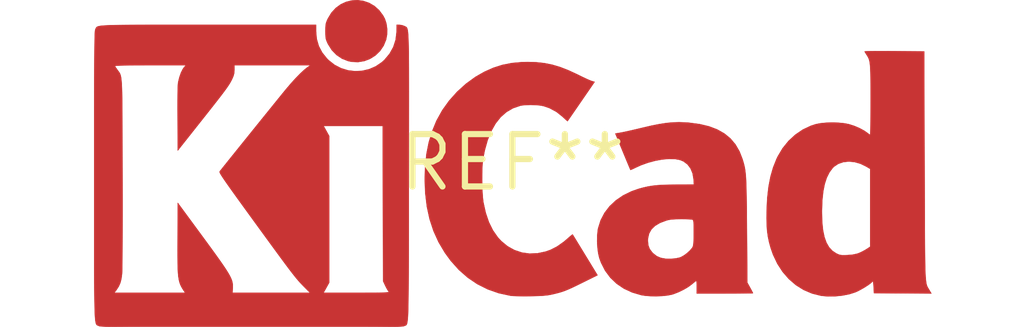
<source format=kicad_pcb>
(kicad_pcb (version 20240108) (generator pcbnew)
  (layers (0 "F.Cu" signal) (31 "B.Cu" signal) (34 "B.Paste" user) (35 "F.Paste" user) (36 "B.SilkS" user "B.Silkscreen") (37 "F.SilkS" user "F.Silkscreen") (38 "B.Mask" user) (39 "F.Mask" user) (44 "Edge.Cuts" user))
  (net 0 "")
  (footprint "KiCad-Logo_8mm_Copper" (layer "F.Cu") (at 0 0)
    (property "Reference" "REF**")
    (property "Value" "KiCad-Logo_8mm_Copper")
    (fp_poly (pts (xy -3.602318 -3.916067) (xy -3.466071 -3.868828) (xy -3.339221 -3.794473) (xy -3.225933 -3.693013) (xy -3.130372 -3.564457) (xy -3.087446 -3.483428) (xy -3.050295 -3.370092) (xy -3.032288 -3.239249) (xy -3.034283 -3.104735) (xy -3.056423 -2.982842) (xy -3.116936 -2.833893) (xy -3.204686 -2.704691) (xy -3.315212 -2.597777) (xy -3.444054 -2.515694) (xy -3.586753 -2.460984) (xy -3.738849 -2.43619) (xy -3.895881 -2.443853) (xy -3.973286 -2.460228) (xy -4.124141 -2.518911) (xy -4.258125 -2.608457) (xy -4.372006 -2.726107) (xy -4.462552 -2.869098) (xy -4.470212 -2.884714) (xy -4.496694 -2.943314) (xy -4.513322 -2.992666) (xy -4.52235 -3.04473) (xy -4.526032 -3.111461) (xy -4.526643 -3.184071) (xy -4.525633 -3.271309) (xy -4.521072 -3.334376) (xy -4.510666 -3.385364) (xy -4.492121 -3.436367) (xy -4.46923 -3.486687) (xy -4.383846 -3.62953) (xy -4.278699 -3.74519) (xy -4.157955 -3.833675) (xy -4.025779 -3.894995) (xy -3.886337 -3.929161) (xy -3.743795 -3.936182) (xy -3.602318 -3.916067)) (layer "F.Cu") (stroke (width 0.01)) (fill solid))
    (fp_poly (pts (xy 0.581378 -2.430769) (xy 0.777019 -2.409351) (xy 0.966562 -2.371015) (xy 1.157717 -2.313762) (xy 1.358196 -2.235591) (xy 1.575708 -2.134504) (xy 1.61488 -2.114924) (xy 1.704772 -2.070638) (xy 1.789553 -2.030761) (xy 1.860855 -1.999102) (xy 1.91031 -1.979468) (xy 1.917908 -1.976996) (xy 1.990714 -1.955183) (xy 1.664803 -1.481056) (xy 1.585123 -1.365177) (xy 1.512272 -1.259306) (xy 1.44873 -1.167038) (xy 1.396972 -1.091967) (xy 1.359477 -1.037687) (xy 1.338723 -1.007793) (xy 1.335351 -1.003059) (xy 1.321655 -1.012958) (xy 1.287943 -1.042715) (xy 1.240244 -1.086927) (xy 1.21392 -1.111916) (xy 1.064772 -1.230544) (xy 0.897268 -1.320687) (xy 0.752928 -1.370064) (xy 0.666283 -1.385571) (xy 0.557796 -1.395021) (xy 0.440227 -1.398239) (xy 0.326334 -1.395049) (xy 0.228879 -1.385276) (xy 0.18999 -1.377791) (xy 0.014712 -1.317488) (xy -0.143235 -1.22541) (xy -0.283732 -1.101727) (xy -0.406665 -0.946607) (xy -0.511915 -0.760219) (xy -0.599365 -0.54273) (xy -0.6689 -0.294308) (xy -0.710225 -0.081643) (xy -0.721006 0.012241) (xy -0.728352 0.133524) (xy -0.732333 0.273493) (xy -0.733021 0.423431) (xy -0.730486 0.574622) (xy -0.7248 0.718351) (xy -0.716033 0.845903) (xy -0.704256 0.948562) (xy -0.701707 0.964401) (xy -0.645519 1.219536) (xy -0.568964 1.445342) (xy -0.471574 1.642831) (xy -0.352886 1.813014) (xy -0.268637 1.905022) (xy -0.11723 2.029943) (xy 0.048817 2.12254) (xy 0.226701 2.182309) (xy 0.413622 2.208746) (xy 0.606778 2.201348) (xy 0.803369 2.159611) (xy 0.919597 2.118771) (xy 1.080438 2.03699) (xy 1.246213 1.919678) (xy 1.339073 1.840345) (xy 1.391214 1.794429) (xy 1.43218 1.760742) (xy 1.455498 1.74451) (xy 1.458393 1.744015) (xy 1.4688 1.760601) (xy 1.495767 1.804432) (xy 1.536996 1.871748) (xy 1.590189 1.958794) (xy 1.65305 2.06181) (xy 1.723281 2.177041) (xy 1.762372 2.241231) (xy 2.060964 2.731677) (xy 1.688161 2.915915) (xy 1.553369 2.982093) (xy 1.444175 3.034278) (xy 1.353907 3.07506) (xy 1.275888 3.107033) (xy 1.203444 3.132787) (xy 1.129901 3.154914) (xy 1.048584 3.176007) (xy 0.970643 3.19453) (xy 0.901366 3.208863) (xy 0.828917 3.219694) (xy 0.746042 3.227626) (xy 0.645488 3.233258) (xy 0.520003 3.237192) (xy 0.435428 3.238891) (xy 0.314754 3.24005) (xy 0.199042 3.239465) (xy 0.095951 3.237304) (xy 0.013138 3.233732) (xy -0.04174 3.228917) (xy -0.044992 3.228437) (xy -0.329957 3.166786) (xy -0.597558 3.073285) (xy -0.847703 2.947993) (xy -1.080296 2.790974) (xy -1.295243 2.602289) (xy -1.49245 2.382) (xy -1.635273 2.186214) (xy -1.78732 1.929949) (xy -1.910227 1.659317) (xy -2.00459 1.372149) (xy -2.071001 1.066276) (xy -2.110056 0.739528) (xy -2.12236 0.407739) (xy -2.112241 0.086779) (xy -2.080439 -0.209354) (xy -2.025946 -0.485655) (xy -1.94775 -0.747119) (xy -1.844841 -0.998742) (xy -1.832553 -1.02481) (xy -1.69718 -1.268493) (xy -1.530911 -1.500382) (xy -1.338459 -1.715677) (xy -1.124534 -1.909578) (xy -0.893845 -2.077285) (xy -0.678891 -2.200304) (xy -0.461742 -2.296655) (xy -0.244132 -2.366449) (xy -0.017638 -2.411587) (xy 0.226166 -2.433969) (xy 0.371928 -2.437269) (xy 0.581378 -2.430769)) (layer "F.Cu") (stroke (width 0.01)) (fill solid))
    (fp_poly (pts (xy 9.041571 -2.699911) (xy 9.195876 -2.699277) (xy 9.248321 -2.698958) (xy 9.9695 -2.694214) (xy 9.978571 0.072572) (xy 9.979769 0.447756) (xy 9.980832 0.788417) (xy 9.981827 1.096318) (xy 9.982823 1.373221) (xy 9.983888 1.620888) (xy 9.985091 1.841081) (xy 9.986499 2.035562) (xy 9.988182 2.206094) (xy 9.990206 2.35444) (xy 9.992641 2.482361) (xy 9.995554 2.59162) (xy 9.999015 2.683979) (xy 10.00309 2.7612) (xy 10.007849 2.825046) (xy 10.01336 2.877278) (xy 10.019691 2.91966) (xy 10.02691 2.953953) (xy 10.035085 2.98192) (xy 10.044285 3.005324) (xy 10.054577 3.025925) (xy 10.066031 3.045487) (xy 10.078715 3.065772) (xy 10.092695 3.088543) (xy 10.095561 3.093393) (xy 10.14364 3.175433) (xy 8.753928 3.165929) (xy 8.744857 3.013295) (xy 8.739918 2.940045) (xy 8.734771 2.897696) (xy 8.727786 2.880892) (xy 8.717337 2.884277) (xy 8.708571 2.89396) (xy 8.670388 2.929229) (xy 8.608155 2.974563) (xy 8.530641 3.024546) (xy 8.446613 3.073761) (xy 8.364839 3.116791) (xy 8.302052 3.145101) (xy 8.154954 3.191624) (xy 7.98618 3.224579) (xy 7.808191 3.242707) (xy 7.633447 3.24475) (xy 7.474407 3.229447) (xy 7.471788 3.229009) (xy 7.254168 3.174402) (xy 7.050455 3.087401) (xy 6.862613 2.969876) (xy 6.692607 2.823697) (xy 6.542402 2.650734) (xy 6.413964 2.452857) (xy 6.309257 2.231936) (xy 6.252246 2.068286) (xy 6.214651 1.931375) (xy 6.186771 1.798798) (xy 6.167753 1.662502) (xy 6.156745 1.514433) (xy 6.152895 1.346537) (xy 6.1546 1.20944) (xy 7.493359 1.20944) (xy 7.499694 1.439329) (xy 7.519679 1.637111) (xy 7.553927 1.804539) (xy 7.603055 1.943369) (xy 7.667676 2.055358) (xy 7.748405 2.142259) (xy 7.841591 2.203692) (xy 7.89008 2.226626) (xy 7.932134 2.240375) (xy 7.97902 2.246666) (xy 8.042004 2.247222) (xy 8.109857 2.244773) (xy 8.243295 2.233004) (xy 8.348832 2.209955) (xy 8.382 2.19841) (xy 8.457735 2.164311) (xy 8.537614 2.121491) (xy 8.5725 2.100057) (xy 8.663214 2.040556) (xy 8.663214 0.154584) (xy 8.563428 0.094771) (xy 8.424267 0.027185) (xy 8.282087 -0.012786) (xy 8.14209 -0.025378) (xy 8.009474 -0.010827) (xy 7.88944 0.030632) (xy 7.787188 0.098763) (xy 7.754195 0.131466) (xy 7.674667 0.238619) (xy 7.610299 0.368327) (xy 7.560553 0.522814) (xy 7.524891 0.704302) (xy 7.502775 0.915015) (xy 7.493667 1.157175) (xy 7.493359 1.20944) (xy 6.1546 1.20944) (xy 6.15531 1.152374) (xy 6.170605 0.853713) (xy 6.201358 0.584325) (xy 6.248381 0.340285) (xy 6.312482 0.11767) (xy 6.394472 -0.087444) (xy 6.42373 -0.148254) (xy 6.541581 -0.34656) (xy 6.683996 -0.522788) (xy 6.847629 -0.674092) (xy 7.029131 -0.797629) (xy 7.225153 -0.890553) (xy 7.342655 -0.928885) (xy 7.458054 -0.951641) (xy 7.596907 -0.96518) (xy 7.747574 -0.969508) (xy 7.898413 -0.964632) (xy 8.037785 -0.950556) (xy 8.149691 -0.928475) (xy 8.282884 -0.885172) (xy 8.411979 -0.829489) (xy 8.524928 -0.767064) (xy 8.585043 -0.724697) (xy 8.62651 -0.693193) (xy 8.655545 -0.67401) (xy 8.66215 -0.671286) (xy 8.664198 -0.688837) (xy 8.666107 -0.739125) (xy 8.667836 -0.8186) (xy 8.669341 -0.923714) (xy 8.670581 -1.050917) (xy 8.671513 -1.196661) (xy 8.672095 -1.357397) (xy 8.672286 -1.521116) (xy 8.672179 -1.730812) (xy 8.671658 -1.907604) (xy 8.670416 -2.054874) (xy 8.668148 -2.176003) (xy 8.66455 -2.274373) (xy 8.659317 -2.353366) (xy 8.652144 -2.416362) (xy 8.642726 -2.466745) (xy 8.630758 -2.507895) (xy 8.615935 -2.543194) (xy 8.597952 -2.576023) (xy 8.576505 -2.609765) (xy 8.573745 -2.613943) (xy 8.546083 -2.657644) (xy 8.529382 -2.687695) (xy 8.527143 -2.694033) (xy 8.544643 -2.696033) (xy 8.594574 -2.69766) (xy 8.673085 -2.698888) (xy 8.776323 -2.699689) (xy 8.900436 -2.700039) (xy 9.041571 -2.699911)) (layer "F.Cu") (stroke (width 0.01)) (fill solid))
    (fp_poly (pts (xy 4.185632 -0.97227) (xy 4.275523 -0.965465) (xy 4.532715 -0.931247) (xy 4.760485 -0.876669) (xy 4.959943 -0.80098) (xy 5.132197 -0.70343) (xy 5.278359 -0.583268) (xy 5.399536 -0.439742) (xy 5.496839 -0.272102) (xy 5.567891 -0.090714) (xy 5.585927 -0.032854) (xy 5.601632 0.021329) (xy 5.615192 0.074752) (xy 5.626792 0.130333) (xy 5.636617 0.190988) (xy 5.644853 0.259635) (xy 5.651684 0.33919) (xy 5.657295 0.432572) (xy 5.661872 0.542696) (xy 5.6656 0.672481) (xy 5.668665 0.824842) (xy 5.67125 1.002698) (xy 5.673542 1.208965) (xy 5.675725 1.446561) (xy 5.677286 1.632857) (xy 5.687785 2.911929) (xy 5.755821 3.035018) (xy 5.788038 3.094317) (xy 5.812012 3.140377) (xy 5.82345 3.164893) (xy 5.823857 3.166553) (xy 5.806375 3.168454) (xy 5.756574 3.170205) (xy 5.678421 3.171758) (xy 5.575882 3.173062) (xy 5.452922 3.17407) (xy 5.31351 3.174731) (xy 5.161611 3.174997) (xy 5.1435 3.175) (xy 4.463143 3.175) (xy 4.463143 3.020786) (xy 4.461982 2.951094) (xy 4.458887 2.897794) (xy 4.454432 2.869217) (xy 4.452463 2.866572) (xy 4.434455 2.877653) (xy 4.397393 2.906736) (xy 4.349222 2.947579) (xy 4.348141 2.948524) (xy 4.260235 3.013971) (xy 4.149217 3.079688) (xy 4.027631 3.139219) (xy 3.908021 3.186109) (xy 3.855357 3.202133) (xy 3.750551 3.222485) (xy 3.62195 3.235472) (xy 3.481325 3.240909) (xy 3.340448 3.238611) (xy 3.211093 3.228392) (xy 3.120571 3.213689) (xy 2.89858 3.148499) (xy 2.698729 3.055594) (xy 2.522319 2.936126) (xy 2.37065 2.791247) (xy 2.245024 2.62211) (xy 2.146741 2.429867) (xy 2.104341 2.313214) (xy 2.077768 2.199833) (xy 2.060158 2.063722) (xy 2.05201 1.917437) (xy 2.052278 1.896151) (xy 3.279321 1.896151) (xy 3.289496 2.00485) (xy 3.323378 2.095185) (xy 3.386 2.178995) (xy 3.410052 2.203571) (xy 3.495551 2.270011) (xy 3.594373 2.312574) (xy 3.712768 2.333177) (xy 3.837445 2.334694) (xy 3.955698 2.324677) (xy 4.046239 2.305085) (xy 4.08556 2.29037) (xy 4.156432 2.250265) (xy 4.231525 2.193863) (xy 4.300038 2.130561) (xy 4.351172 2.069755) (xy 4.36475 2.047449) (xy 4.375305 2.016212) (xy 4.38281 1.966507) (xy 4.387613 1.893587) (xy 4.390065 1.792703) (xy 4.390571 1.696689) (xy 4.390228 1.58475) (xy 4.388843 1.503809) (xy 4.385881 1.448585) (xy 4.380808 1.413794) (xy 4.37309 1.394154) (xy 4.362192 1.38438) (xy 4.358821 1.382824) (xy 4.329529 1.378029) (xy 4.271756 1.374108) (xy 4.193304 1.371414) (xy 4.101974 1.370299) (xy 4.082143 1.370298) (xy 3.960063 1.372246) (xy 3.865749 1.378041) (xy 3.790807 1.388475) (xy 3.728903 1.403714) (xy 3.575349 1.461784) (xy 3.454932 1.533179) (xy 3.36661 1.619039) (xy 3.309339 1.720507) (xy 3.282078 1.838725) (xy 3.279321 1.896151) (xy 2.052278 1.896151) (xy 2.053823 1.773533) (xy 2.066096 1.644565) (xy 2.07567 1.59246) (xy 2.136801 1.398997) (xy 2.229757 1.220993) (xy 2.352783 1.060155) (xy 2.504124 0.91819) (xy 2.682025 0.796806) (xy 2.884732 0.697709) (xy 3.057071 0.637533) (xy 3.172253 0.605919) (xy 3.282423 0.581354) (xy 3.394719 0.563039) (xy 3.516275 0.550178) (xy 3.654229 0.541972) (xy 3.815715 0.537624) (xy 3.961715 0.5364) (xy 4.394645 0.535215) (xy 4.386351 0.40508) (xy 4.362801 0.263883) (xy 4.312703 0.142518) (xy 4.238191 0.044017) (xy 4.141399 -0.028591) (xy 4.056171 -0.064021) (xy 3.934056 -0.08635) (xy 3.788683 -0.089557) (xy 3.626867 -0.074823) (xy 3.455422 -0.04333) (xy 3.281163 0.00374) (xy 3.110904 0.065203) (xy 2.987176 0.121417) (xy 2.927647 0.150283) (xy 2.882242 0.170443) (xy 2.85915 0.17831) (xy 2.857897 0.178058) (xy 2.849929 0.160437) (xy 2.830031 0.113733) (xy 2.800077 0.042418) (xy 2.761939 -0.049031) (xy 2.717488 -0.156141) (xy 2.672305 -0.265451) (xy 2.491667 -0.70326) (xy 2.620155 -0.724364) (xy 2.675846 -0.734953) (xy 2.759564 -0.752737) (xy 2.864139 -0.776102) (xy 2.982399 -0.803435) (xy 3.107172 -0.833119) (xy 3.156857 -0.845182) (xy 3.371807 -0.895038) (xy 3.559995 -0.932416) (xy 3.728446 -0.958073) (xy 3.884186 -0.972765) (xy 4.03424 -0.977245) (xy 4.185632 -0.97227)) (layer "F.Cu") (stroke (width 0.01)) (fill solid))
    (fp_poly (pts (xy -7.870089 -3.33834) (xy -7.52054 -3.338293) (xy -7.35783 -3.338286) (xy -4.753429 -3.338285) (xy -4.753429 -3.184762) (xy -4.737043 -2.997937) (xy -4.687588 -2.825633) (xy -4.60462 -2.666825) (xy -4.487695 -2.52049) (xy -4.448136 -2.480968) (xy -4.30583 -2.368862) (xy -4.148922 -2.287101) (xy -3.982072 -2.235647) (xy -3.809939 -2.214463) (xy -3.637185 -2.223513) (xy -3.46847 -2.262758) (xy -3.308454 -2.332162) (xy -3.161798 -2.431689) (xy -3.095932 -2.491735) (xy -2.973192 -2.638957) (xy -2.883188 -2.800853) (xy -2.826706 -2.975573) (xy -2.804529 -3.161265) (xy -2.804234 -3.179533) (xy -2.803072 -3.33828) (xy -2.7333 -3.338283) (xy -2.671405 -3.329882) (xy -2.614865 -3.309444) (xy -2.611128 -3.307333) (xy -2.598358 -3.300707) (xy -2.586632 -3.295546) (xy -2.575906 -3.290349) (xy -2.566139 -3.28361) (xy -2.557288 -3.273829) (xy -2.549311 -3.2595) (xy -2.542165 -3.239122) (xy -2.535808 -3.211192) (xy -2.530198 -3.174205) (xy -2.525293 -3.12666) (xy -2.521049 -3.067053) (xy -2.517424 -2.993881) (xy -2.514377 -2.905641) (xy -2.511864 -2.80083) (xy -2.509844 -2.677945) (xy -2.508274 -2.535483) (xy -2.507112 -2.37194) (xy -2.506314 -2.185814) (xy -2.50584 -1.975602) (xy -2.505646 -1.7398) (xy -2.50569 -1.476906) (xy -2.50593 -1.185416) (xy -2.506323 -0.863828) (xy -2.506827 -0.510638) (xy -2.5074 -0.124343) (xy -2.507999 0.29656) (xy -2.508068 0.34784) (xy -2.508605 0.771426) (xy -2.509061 1.16023) (xy -2.509484 1.515753) (xy -2.509921 1.839498) (xy -2.510422 2.132966) (xy -2.511035 2.397661) (xy -2.511808 2.635085) (xy -2.512789 2.84674) (xy -2.514026 3.034129) (xy -2.515568 3.198754) (xy -2.517463 3.342117) (xy -2.519759 3.46572) (xy -2.522504 3.571067) (xy -2.525747 3.659659) (xy -2.529536 3.733) (xy -2.533919 3.79259) (xy -2.538945 3.839933) (xy -2.544661 3.876531) (xy -2.551116 3.903886) (xy -2.558359 3.923502) (xy -2.566437 3.936879) (xy -2.575398 3.945521) (xy -2.585292 3.95093) (xy -2.596165 3.954608) (xy -2.608067 3.958058) (xy -2.621046 3.962782) (xy -2.624217 3.96422) (xy -2.634181 3.967451) (xy -2.650859 3.97042) (xy -2.675707 3.973137) (xy -2.71018 3.975613) (xy -2.755736 3.977858) (xy -2.81383 3.979883) (xy -2.885919 3.981698) (xy -2.973458 3.983315) (xy -3.077905 3.984743) (xy -3.200715 3.985993) (xy -3.343345 3.987076) (xy -3.507251 3.988002) (xy -3.69389 3.988782) (xy -3.904716 3.989426) (xy -4.141188 3.989946) (xy -4.404761 3.990351) (xy -4.69689 3.990652) (xy -5.019034 3.99086) (xy -5.372647 3.990985) (xy -5.759186 3.991038) (xy -6.180108 3.991029) (xy -6.316456 3.991016) (xy -6.746716 3.990947) (xy -7.142164 3.990834) (xy -7.504273 3.990665) (xy -7.834517 3.99043) (xy -8.134371 3.990116) (xy -8.405308 3.989713) (xy -8.6488 3.989207) (xy -8.866323 3.988589) (xy -9.05935 3.987846) (xy -9.229354 3.986968) (xy -9.37781 3.985941) (xy -9.50619 3.984756) (xy -9.615969 3.9834) (xy -9.70862 3.981862) (xy -9.785617 3.98013) (xy -9.848434 3.978194) (xy -9.898544 3.97604) (xy -9.937421 3.973659) (xy -9.966538 3.971037) (xy -9.987371 3.968165) (xy -10.001391 3.96503) (xy -10.009034 3.962159) (xy -10.022618 3.95643) (xy -10.03509 3.952206) (xy -10.046498 3.947985) (xy -10.056889 3.942268) (xy -10.066309 3.933555) (xy -10.074808 3.920345) (xy -10.08243 3.901137) (xy -10.089225 3.874433) (xy -10.095238 3.83873) (xy -10.100517 3.79253) (xy -10.10511 3.734332) (xy -10.109064 3.662635) (xy -10.112425 3.57594) (xy -10.115241 3.472746) (xy -10.11756 3.351553) (xy -10.119428 3.21086) (xy -10.119916 3.156857) (xy -9.635704 3.156857) (xy -7.924256 3.156857) (xy -7.957187 3.106964) (xy -7.989947 3.055693) (xy -8.017689 3.006869) (xy -8.040807 2.957076) (xy -8.059697 2.902898) (xy -8.074751 2.840916) (xy -8.086367 2.767715) (xy -8.094936 2.679878) (xy -8.100856 2.573988) (xy -8.104519 2.446628) (xy -8.106321 2.294381) (xy -8.106656 2.113832) (xy -8.105919 1.901562) (xy -8.105501 1.822755) (xy -8.100786 0.977911) (xy -7.565572 1.706557) (xy -7.413946 1.913265) (xy -7.282581 2.09326) (xy -7.170057 2.248925) (xy -7.074957 2.382647) (xy -6.995862 2.496809) (xy -6.931353 2.593797) (xy -6.880012 2.675994) (xy -6.84042 2.745786) (xy -6.81116 2.805558) (xy -6.790812 2.857693) (xy -6.777958 2.904576) (xy -6.771181 2.948593) (xy -6.76906 2.992127) (xy -6.770179 3.037564) (xy -6.770464 3.043275) (xy -6.776357 3.156933) (xy -4.900771 3.156857) (xy -5.040278 3.016189) (xy -5.078135 2.977715) (xy -5.114047 2.940279) (xy -5.149593 2.901814) (xy -5.186347 2.860258) (xy -5.225886 2.813545) (xy -5.269786 2.75961) (xy -5.319623 2.69639) (xy -5.376972 2.621818) (xy -5.443411 2.533832) (xy -5.520515 2.430365) (xy -5.609861 2.309354) (xy -5.713024 2.168734) (xy -5.83158 2.00644) (xy -5.967105 1.820407) (xy -6.121177 1.608571) (xy -6.247462 1.434804) (xy -6.405954 1.216501) (xy -6.544216 1.025629) (xy -6.663499 0.860374) (xy -6.765057 0.718926) (xy -6.850141 0.599471) (xy -6.920005 0.500198) (xy -6.9759 0.419295) (xy -7.01908 0.354949) (xy -7.050797 0.305347) (xy -7.072302 0.268679) (xy -7.08485 0.243132) (xy -7.089692 0.226893) (xy -7.088237 0.218355) (xy -7.070599 0.195635) (xy -7.032466 0.147543) (xy -6.976138 0.076938) (xy -6.903916 -0.013322) (xy -6.818101 -0.120379) (xy -6.720994 -0.241373) (xy -6.614896 -0.373446) (xy -6.502109 -0.51374) (xy -6.384932 -0.659397) (xy -6.265667 -0.807556) (xy -6.200067 -0.889) (xy -4.571314 -0.889) (xy -4.503621 -0.766535) (xy -4.435929 -0.644071) (xy -4.435929 2.911929) (xy -4.503621 3.034393) (xy -4.571314 3.156857) (xy -3.770559 3.156857) (xy -3.579398 3.156802) (xy -3.421501 3.156551) (xy -3.293848 3.155979) (xy -3.193419 3.154959) (xy -3.117193 3.153365) (xy -3.062148 3.15107) (xy -3.025264 3.14795) (xy -3.003521 3.143877) (xy -2.993898 3.138725) (xy -2.993373 3.132367) (xy -2.998926 3.124679) (xy -2.998984 3.124615) (xy -3.02186 3.091524) (xy -3.052151 3.037719) (xy -3.078903 2.984008) (xy -3.129643 2.875643) (xy -3.134818 0.993322) (xy -3.139993 -0.889) (xy -4.571314 -0.889) (xy -6.200067 -0.889) (xy -6.146615 -0.955361) (xy -6.030077 -1.099953) (xy -5.918354 -1.238472) (xy -5.813746 -1.368061) (xy -5.718556 -1.48586) (xy -5.635083 -1.589012) (xy -5.565629 -1.674657) (xy -5.512494 -1.739938) (xy -5.481285 -1.778) (xy -5.360097 -1.92033) (xy -5.243507 -2.04877) (xy -5.135603 -2.159114) (xy -5.04047 -2.247159) (xy -4.972957 -2.301138) (xy -4.893127 -2.358571) (xy -6.729108 -2.358571) (xy -6.728592 -2.250835) (xy -6.733724 -2.171628) (xy -6.753015 -2.098195) (xy -6.782877 -2.028585) (xy -6.802288 -1.989259) (xy -6.823159 -1.950293) (xy -6.847396 -1.909099) (xy -6.876906 -1.863092) (xy -6.913594 -1.809683) (xy -6.959368 -1.746286) (xy -7.016135 -1.670315) (xy -7.0858 -1.579183) (xy -7.17027 -1.470302) (xy -7.271453 -1.341086) (xy -7.391253 -1.188948) (xy -7.531579 -1.011302) (xy -7.547429 -0.991258) (xy -8.100786 -0.291492) (xy -8.106143 -1.066496) (xy -8.107221 -1.298632) (xy -8.106992 -1.495154) (xy -8.105443 -1.656708) (xy -8.102563 -1.783944) (xy -8.098341 -1.877508) (xy -8.092766 -1.938048) (xy -8.090893 -1.949532) (xy -8.061495 -2.070501) (xy -8.022978 -2.179554) (xy -7.979026 -2.267237) (xy -7.952621 -2.304426) (xy -7.90706 -2.358571) (xy -8.77153 -2.358571) (xy -8.977745 -2.358395) (xy -9.150188 -2.357821) (xy -9.291373 -2.356783) (xy -9.403812 -2.355213) (xy -9.490017 -2.353046) (xy -9.552502 -2.350212) (xy -9.593779 -2.346647) (xy -9.61636 -2.342282) (xy -9.622759 -2.337051) (xy -9.622317 -2.335893) (xy -9.603991 -2.308231) (xy -9.573396 -2.264385) (xy -9.557567 -2.242209) (xy -9.541202 -2.22008) (xy -9.526492 -2.200291) (xy -9.513344 -2.180894) (xy -9.501667 -2.159942) (xy -9.491368 -2.135488) (xy -9.482354 -2.105584) (xy -9.474532 -2.068283) (xy -9.467809 -2.021637) (xy -9.462094 -1.963699) (xy -9.457293 -1.892521) (xy -9.453315 -1.806156) (xy -9.450065 -1.702656) (xy -9.447452 -1.580075) (xy -9.445383 -1.436463) (xy -9.443766 -1.269875) (xy -9.442507 -1.078363) (xy -9.441515 -0.859978) (xy -9.440696 -0.612774) (xy -9.439958 -0.334804) (xy -9.439209 -0.024119) (xy -9.438508 0.2613) (xy -9.437847 0.579492) (xy -9.437503 0.883077) (xy -9.437468 1.170115) (xy -9.437732 1.438669) (xy -9.438285 1.686798) (xy -9.43912 1.912563) (xy -9.440227 2.114026) (xy -9.441596 2.289246) (xy -9.443219 2.436286) (xy -9.445087 2.553206) (xy -9.447189 2.638067) (xy -9.449518 2.688929) (xy -9.449959 2.694304) (xy -9.466008 2.817613) (xy -9.491064 2.916644) (xy -9.529221 3.00307) (xy -9.584572 3.088565) (xy -9.591496 3.097893) (xy -9.635704 3.156857) (xy -10.119916 3.156857) (xy -10.120892 3.049168) (xy -10.122001 2.864976) (xy -10.122801 2.656784) (xy -10.123339 2.423091) (xy -10.123662 2.162398) (xy -10.123817 1.873204) (xy -10.123854 1.554009) (xy -10.123817 1.203313) (xy -10.123755 0.819614) (xy -10.123715 0.401414) (xy -10.123714 0.318393) (xy -10.123691 -0.104211) (xy -10.123612 -0.492019) (xy -10.123467 -0.84652) (xy -10.123244 -1.169203) (xy -10.122931 -1.461558) (xy -10.122517 -1.725073) (xy -10.121991 -1.961238) (xy -10.12134 -2.171542) (xy -10.120553 -2.357474) (xy -10.119619 -2.520525) (xy -10.118526 -2.662182) (xy -10.117263 -2.783936) (xy -10.115817 -2.887275) (xy -10.114179 -2.973689) (xy -10.112334 -3.044667) (xy -10.110274 -3.101699) (xy -10.107985 -3.146273) (xy -10.105456 -3.179879) (xy -10.102676 -3.204007) (xy -10.099633 -3.220144) (xy -10.096316 -3.229782) (xy -10.096193 -3.230022) (xy -10.08936 -3.244745) (xy -10.08367 -3.258074) (xy -10.077374 -3.270078) (xy -10.068728 -3.280827) (xy -10.055986 -3.290389) (xy -10.0374 -3.298833) (xy -10.011226 -3.306229) (xy -9.975716 -3.312646) (xy -9.929125 -3.318152) (xy -9.869707 -3.322817) (xy -9.795715 -3.326709) (xy -9.705403 -3.329898) (xy -9.597025 -3.332453) (xy -9.468835 -3.334442) (xy -9.319087 -3.335935) (xy -9.146034 -3.337002) (xy -8.947931 -3.337709) (xy -8.723031 -3.338128) (xy -8.469588 -3.338327) (xy -8.185856 -3.338374) (xy -7.870089 -3.33834)) (layer "F.Cu") (stroke (width 0.01)) (fill solid))
  )
)
</source>
